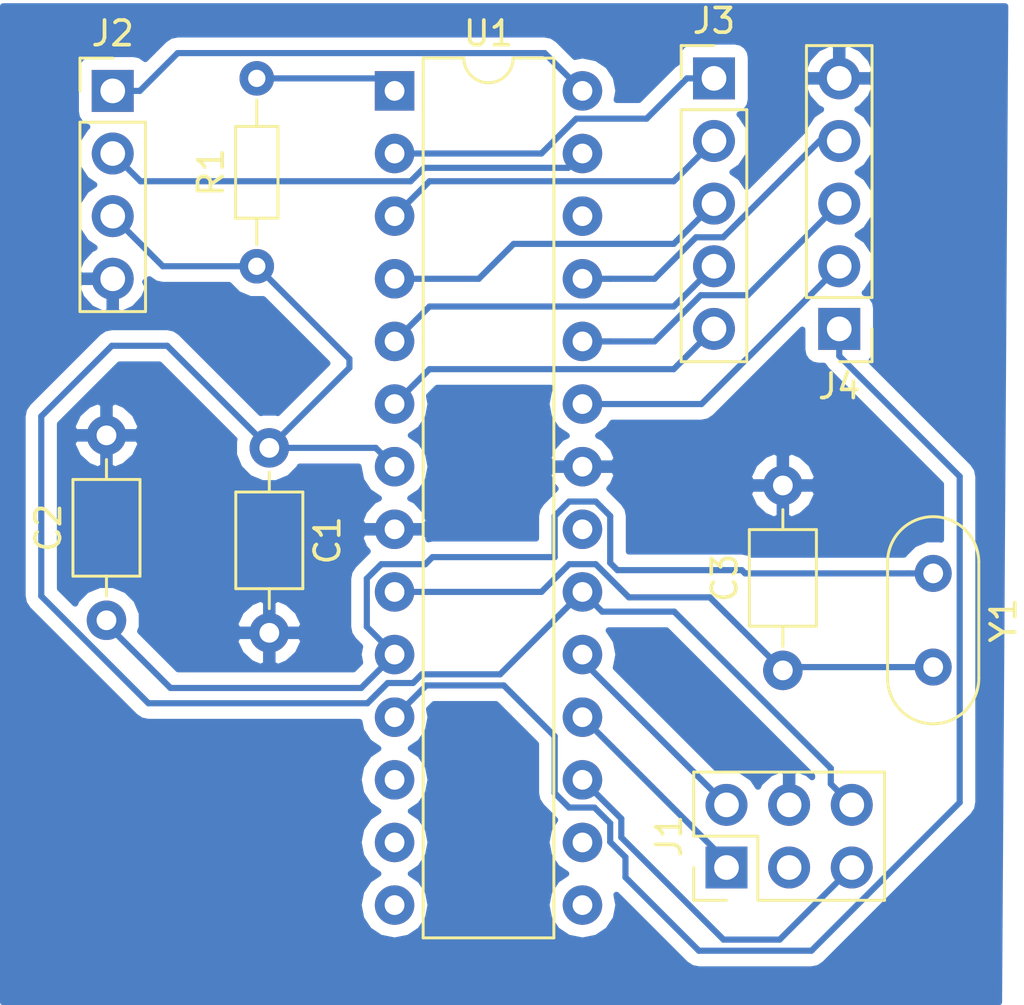
<source format=kicad_pcb>
(kicad_pcb (version 4) (host pcbnew 4.0.7-e2-6376~58~ubuntu14.04.1)

  (general
    (links 32)
    (no_connects 3)
    (area 152.4 98.803 194.171 139.700001)
    (thickness 1.6)
    (drawings 0)
    (tracks 127)
    (zones 0)
    (modules 10)
    (nets 20)
  )

  (page A4)
  (layers
    (0 F.Cu signal)
    (31 B.Cu signal)
    (32 B.Adhes user)
    (33 F.Adhes user)
    (34 B.Paste user)
    (35 F.Paste user)
    (36 B.SilkS user)
    (37 F.SilkS user)
    (38 B.Mask user)
    (39 F.Mask user)
    (40 Dwgs.User user)
    (41 Cmts.User user)
    (42 Eco1.User user)
    (43 Eco2.User user)
    (44 Edge.Cuts user)
    (45 Margin user)
    (46 B.CrtYd user)
    (47 F.CrtYd user)
    (48 B.Fab user)
    (49 F.Fab user)
  )

  (setup
    (last_trace_width 0.25)
    (trace_clearance 0.2)
    (zone_clearance 0.508)
    (zone_45_only no)
    (trace_min 0.2)
    (segment_width 0.2)
    (edge_width 0.15)
    (via_size 0.6)
    (via_drill 0.4)
    (via_min_size 0.4)
    (via_min_drill 0.3)
    (uvia_size 0.3)
    (uvia_drill 0.1)
    (uvias_allowed no)
    (uvia_min_size 0.2)
    (uvia_min_drill 0.1)
    (pcb_text_width 0.3)
    (pcb_text_size 1.5 1.5)
    (mod_edge_width 0.15)
    (mod_text_size 1 1)
    (mod_text_width 0.15)
    (pad_size 1.524 1.524)
    (pad_drill 0.762)
    (pad_to_mask_clearance 0.2)
    (aux_axis_origin 0 0)
    (visible_elements FFFFFF7F)
    (pcbplotparams
      (layerselection 0x00000_80000000)
      (usegerberextensions false)
      (excludeedgelayer true)
      (linewidth 0.100000)
      (plotframeref false)
      (viasonmask false)
      (mode 1)
      (useauxorigin false)
      (hpglpennumber 1)
      (hpglpenspeed 20)
      (hpglpendiameter 15)
      (hpglpenoverlay 2)
      (psnegative false)
      (psa4output false)
      (plotreference true)
      (plotvalue true)
      (plotinvisibletext false)
      (padsonsilk false)
      (subtractmaskfromsilk false)
      (outputformat 1)
      (mirror false)
      (drillshape 0)
      (scaleselection 1)
      (outputdirectory gerber/))
  )

  (net 0 "")
  (net 1 +5V)
  (net 2 Earth)
  (net 3 "Net-(C2-Pad1)")
  (net 4 "Net-(C3-Pad1)")
  (net 5 "Net-(J1-Pad1)")
  (net 6 "Net-(J1-Pad2)")
  (net 7 "Net-(J1-Pad3)")
  (net 8 "Net-(J1-Pad5)")
  (net 9 "Net-(J2-Pad1)")
  (net 10 "Net-(J2-Pad2)")
  (net 11 "Net-(J3-Pad1)")
  (net 12 "Net-(J3-Pad2)")
  (net 13 "Net-(J3-Pad3)")
  (net 14 "Net-(J3-Pad4)")
  (net 15 "Net-(J3-Pad5)")
  (net 16 "Net-(J4-Pad1)")
  (net 17 "Net-(J4-Pad2)")
  (net 18 "Net-(J4-Pad3)")
  (net 19 "Net-(J4-Pad4)")

  (net_class Default "This is the default net class."
    (clearance 0.2)
    (trace_width 0.25)
    (via_dia 0.6)
    (via_drill 0.4)
    (uvia_dia 0.3)
    (uvia_drill 0.1)
    (add_net +5V)
    (add_net Earth)
    (add_net "Net-(C2-Pad1)")
    (add_net "Net-(C3-Pad1)")
    (add_net "Net-(J1-Pad1)")
    (add_net "Net-(J1-Pad2)")
    (add_net "Net-(J1-Pad3)")
    (add_net "Net-(J1-Pad5)")
    (add_net "Net-(J2-Pad1)")
    (add_net "Net-(J2-Pad2)")
    (add_net "Net-(J3-Pad1)")
    (add_net "Net-(J3-Pad2)")
    (add_net "Net-(J3-Pad3)")
    (add_net "Net-(J3-Pad4)")
    (add_net "Net-(J3-Pad5)")
    (add_net "Net-(J4-Pad1)")
    (add_net "Net-(J4-Pad2)")
    (add_net "Net-(J4-Pad3)")
    (add_net "Net-(J4-Pad4)")
  )

  (module Capacitors_THT:C_Axial_L3.8mm_D2.6mm_P7.50mm_Horizontal (layer F.Cu) (tedit 597BC7C2) (tstamp 5ABA27EF)
    (at 163.322 117.094 270)
    (descr "C, Axial series, Axial, Horizontal, pin pitch=7.5mm, , length*diameter=3.8*2.6mm^2, http://www.vishay.com/docs/45231/arseries.pdf")
    (tags "C Axial series Axial Horizontal pin pitch 7.5mm  length 3.8mm diameter 2.6mm")
    (path /5ABAAFA8)
    (fp_text reference C1 (at 3.75 -2.36 270) (layer F.SilkS)
      (effects (font (size 1 1) (thickness 0.15)))
    )
    (fp_text value C (at 3.75 2.36 270) (layer F.Fab)
      (effects (font (size 1 1) (thickness 0.15)))
    )
    (fp_line (start 1.85 -1.3) (end 1.85 1.3) (layer F.Fab) (width 0.1))
    (fp_line (start 1.85 1.3) (end 5.65 1.3) (layer F.Fab) (width 0.1))
    (fp_line (start 5.65 1.3) (end 5.65 -1.3) (layer F.Fab) (width 0.1))
    (fp_line (start 5.65 -1.3) (end 1.85 -1.3) (layer F.Fab) (width 0.1))
    (fp_line (start 0 0) (end 1.85 0) (layer F.Fab) (width 0.1))
    (fp_line (start 7.5 0) (end 5.65 0) (layer F.Fab) (width 0.1))
    (fp_line (start 1.79 -1.36) (end 1.79 1.36) (layer F.SilkS) (width 0.12))
    (fp_line (start 1.79 1.36) (end 5.71 1.36) (layer F.SilkS) (width 0.12))
    (fp_line (start 5.71 1.36) (end 5.71 -1.36) (layer F.SilkS) (width 0.12))
    (fp_line (start 5.71 -1.36) (end 1.79 -1.36) (layer F.SilkS) (width 0.12))
    (fp_line (start 0.98 0) (end 1.79 0) (layer F.SilkS) (width 0.12))
    (fp_line (start 6.52 0) (end 5.71 0) (layer F.SilkS) (width 0.12))
    (fp_line (start -1.05 -1.65) (end -1.05 1.65) (layer F.CrtYd) (width 0.05))
    (fp_line (start -1.05 1.65) (end 8.55 1.65) (layer F.CrtYd) (width 0.05))
    (fp_line (start 8.55 1.65) (end 8.55 -1.65) (layer F.CrtYd) (width 0.05))
    (fp_line (start 8.55 -1.65) (end -1.05 -1.65) (layer F.CrtYd) (width 0.05))
    (fp_text user %R (at 3.75 0 270) (layer F.Fab)
      (effects (font (size 1 1) (thickness 0.15)))
    )
    (pad 1 thru_hole circle (at 0 0 270) (size 1.6 1.6) (drill 0.8) (layers *.Cu *.Mask)
      (net 1 +5V))
    (pad 2 thru_hole oval (at 7.5 0 270) (size 1.6 1.6) (drill 0.8) (layers *.Cu *.Mask)
      (net 2 Earth))
    (model ${KISYS3DMOD}/Capacitors_THT.3dshapes/C_Axial_L3.8mm_D2.6mm_P7.50mm_Horizontal.wrl
      (at (xyz 0 0 0))
      (scale (xyz 1 1 1))
      (rotate (xyz 0 0 0))
    )
  )

  (module Capacitors_THT:C_Axial_L3.8mm_D2.6mm_P7.50mm_Horizontal (layer F.Cu) (tedit 597BC7C2) (tstamp 5ABA27F5)
    (at 156.718 124.086 90)
    (descr "C, Axial series, Axial, Horizontal, pin pitch=7.5mm, , length*diameter=3.8*2.6mm^2, http://www.vishay.com/docs/45231/arseries.pdf")
    (tags "C Axial series Axial Horizontal pin pitch 7.5mm  length 3.8mm diameter 2.6mm")
    (path /5ABAAF9E)
    (fp_text reference C2 (at 3.75 -2.36 90) (layer F.SilkS)
      (effects (font (size 1 1) (thickness 0.15)))
    )
    (fp_text value C (at 3.75 2.36 90) (layer F.Fab)
      (effects (font (size 1 1) (thickness 0.15)))
    )
    (fp_line (start 1.85 -1.3) (end 1.85 1.3) (layer F.Fab) (width 0.1))
    (fp_line (start 1.85 1.3) (end 5.65 1.3) (layer F.Fab) (width 0.1))
    (fp_line (start 5.65 1.3) (end 5.65 -1.3) (layer F.Fab) (width 0.1))
    (fp_line (start 5.65 -1.3) (end 1.85 -1.3) (layer F.Fab) (width 0.1))
    (fp_line (start 0 0) (end 1.85 0) (layer F.Fab) (width 0.1))
    (fp_line (start 7.5 0) (end 5.65 0) (layer F.Fab) (width 0.1))
    (fp_line (start 1.79 -1.36) (end 1.79 1.36) (layer F.SilkS) (width 0.12))
    (fp_line (start 1.79 1.36) (end 5.71 1.36) (layer F.SilkS) (width 0.12))
    (fp_line (start 5.71 1.36) (end 5.71 -1.36) (layer F.SilkS) (width 0.12))
    (fp_line (start 5.71 -1.36) (end 1.79 -1.36) (layer F.SilkS) (width 0.12))
    (fp_line (start 0.98 0) (end 1.79 0) (layer F.SilkS) (width 0.12))
    (fp_line (start 6.52 0) (end 5.71 0) (layer F.SilkS) (width 0.12))
    (fp_line (start -1.05 -1.65) (end -1.05 1.65) (layer F.CrtYd) (width 0.05))
    (fp_line (start -1.05 1.65) (end 8.55 1.65) (layer F.CrtYd) (width 0.05))
    (fp_line (start 8.55 1.65) (end 8.55 -1.65) (layer F.CrtYd) (width 0.05))
    (fp_line (start 8.55 -1.65) (end -1.05 -1.65) (layer F.CrtYd) (width 0.05))
    (fp_text user %R (at 3.75 0 90) (layer F.Fab)
      (effects (font (size 1 1) (thickness 0.15)))
    )
    (pad 1 thru_hole circle (at 0 0 90) (size 1.6 1.6) (drill 0.8) (layers *.Cu *.Mask)
      (net 3 "Net-(C2-Pad1)"))
    (pad 2 thru_hole oval (at 7.5 0 90) (size 1.6 1.6) (drill 0.8) (layers *.Cu *.Mask)
      (net 2 Earth))
    (model ${KISYS3DMOD}/Capacitors_THT.3dshapes/C_Axial_L3.8mm_D2.6mm_P7.50mm_Horizontal.wrl
      (at (xyz 0 0 0))
      (scale (xyz 1 1 1))
      (rotate (xyz 0 0 0))
    )
  )

  (module Capacitors_THT:C_Axial_L3.8mm_D2.6mm_P7.50mm_Horizontal (layer F.Cu) (tedit 597BC7C2) (tstamp 5ABA27FB)
    (at 184.15 126.118 90)
    (descr "C, Axial series, Axial, Horizontal, pin pitch=7.5mm, , length*diameter=3.8*2.6mm^2, http://www.vishay.com/docs/45231/arseries.pdf")
    (tags "C Axial series Axial Horizontal pin pitch 7.5mm  length 3.8mm diameter 2.6mm")
    (path /5ABAAF9F)
    (fp_text reference C3 (at 3.75 -2.36 90) (layer F.SilkS)
      (effects (font (size 1 1) (thickness 0.15)))
    )
    (fp_text value C (at 3.75 2.36 90) (layer F.Fab)
      (effects (font (size 1 1) (thickness 0.15)))
    )
    (fp_line (start 1.85 -1.3) (end 1.85 1.3) (layer F.Fab) (width 0.1))
    (fp_line (start 1.85 1.3) (end 5.65 1.3) (layer F.Fab) (width 0.1))
    (fp_line (start 5.65 1.3) (end 5.65 -1.3) (layer F.Fab) (width 0.1))
    (fp_line (start 5.65 -1.3) (end 1.85 -1.3) (layer F.Fab) (width 0.1))
    (fp_line (start 0 0) (end 1.85 0) (layer F.Fab) (width 0.1))
    (fp_line (start 7.5 0) (end 5.65 0) (layer F.Fab) (width 0.1))
    (fp_line (start 1.79 -1.36) (end 1.79 1.36) (layer F.SilkS) (width 0.12))
    (fp_line (start 1.79 1.36) (end 5.71 1.36) (layer F.SilkS) (width 0.12))
    (fp_line (start 5.71 1.36) (end 5.71 -1.36) (layer F.SilkS) (width 0.12))
    (fp_line (start 5.71 -1.36) (end 1.79 -1.36) (layer F.SilkS) (width 0.12))
    (fp_line (start 0.98 0) (end 1.79 0) (layer F.SilkS) (width 0.12))
    (fp_line (start 6.52 0) (end 5.71 0) (layer F.SilkS) (width 0.12))
    (fp_line (start -1.05 -1.65) (end -1.05 1.65) (layer F.CrtYd) (width 0.05))
    (fp_line (start -1.05 1.65) (end 8.55 1.65) (layer F.CrtYd) (width 0.05))
    (fp_line (start 8.55 1.65) (end 8.55 -1.65) (layer F.CrtYd) (width 0.05))
    (fp_line (start 8.55 -1.65) (end -1.05 -1.65) (layer F.CrtYd) (width 0.05))
    (fp_text user %R (at 3.75 0 90) (layer F.Fab)
      (effects (font (size 1 1) (thickness 0.15)))
    )
    (pad 1 thru_hole circle (at 0 0 90) (size 1.6 1.6) (drill 0.8) (layers *.Cu *.Mask)
      (net 4 "Net-(C3-Pad1)"))
    (pad 2 thru_hole oval (at 7.5 0 90) (size 1.6 1.6) (drill 0.8) (layers *.Cu *.Mask)
      (net 2 Earth))
    (model ${KISYS3DMOD}/Capacitors_THT.3dshapes/C_Axial_L3.8mm_D2.6mm_P7.50mm_Horizontal.wrl
      (at (xyz 0 0 0))
      (scale (xyz 1 1 1))
      (rotate (xyz 0 0 0))
    )
  )

  (module Pin_Headers:Pin_Header_Straight_2x03_Pitch2.54mm (layer F.Cu) (tedit 59650532) (tstamp 5ABA2805)
    (at 181.864 134.112 90)
    (descr "Through hole straight pin header, 2x03, 2.54mm pitch, double rows")
    (tags "Through hole pin header THT 2x03 2.54mm double row")
    (path /5ABAAFA4)
    (fp_text reference J1 (at 1.27 -2.33 90) (layer F.SilkS)
      (effects (font (size 1 1) (thickness 0.15)))
    )
    (fp_text value ISP (at 1.27 7.41 90) (layer F.Fab)
      (effects (font (size 1 1) (thickness 0.15)))
    )
    (fp_line (start 0 -1.27) (end 3.81 -1.27) (layer F.Fab) (width 0.1))
    (fp_line (start 3.81 -1.27) (end 3.81 6.35) (layer F.Fab) (width 0.1))
    (fp_line (start 3.81 6.35) (end -1.27 6.35) (layer F.Fab) (width 0.1))
    (fp_line (start -1.27 6.35) (end -1.27 0) (layer F.Fab) (width 0.1))
    (fp_line (start -1.27 0) (end 0 -1.27) (layer F.Fab) (width 0.1))
    (fp_line (start -1.33 6.41) (end 3.87 6.41) (layer F.SilkS) (width 0.12))
    (fp_line (start -1.33 1.27) (end -1.33 6.41) (layer F.SilkS) (width 0.12))
    (fp_line (start 3.87 -1.33) (end 3.87 6.41) (layer F.SilkS) (width 0.12))
    (fp_line (start -1.33 1.27) (end 1.27 1.27) (layer F.SilkS) (width 0.12))
    (fp_line (start 1.27 1.27) (end 1.27 -1.33) (layer F.SilkS) (width 0.12))
    (fp_line (start 1.27 -1.33) (end 3.87 -1.33) (layer F.SilkS) (width 0.12))
    (fp_line (start -1.33 0) (end -1.33 -1.33) (layer F.SilkS) (width 0.12))
    (fp_line (start -1.33 -1.33) (end 0 -1.33) (layer F.SilkS) (width 0.12))
    (fp_line (start -1.8 -1.8) (end -1.8 6.85) (layer F.CrtYd) (width 0.05))
    (fp_line (start -1.8 6.85) (end 4.35 6.85) (layer F.CrtYd) (width 0.05))
    (fp_line (start 4.35 6.85) (end 4.35 -1.8) (layer F.CrtYd) (width 0.05))
    (fp_line (start 4.35 -1.8) (end -1.8 -1.8) (layer F.CrtYd) (width 0.05))
    (fp_text user %R (at 1.27 2.54 180) (layer F.Fab)
      (effects (font (size 1 1) (thickness 0.15)))
    )
    (pad 1 thru_hole rect (at 0 0 90) (size 1.7 1.7) (drill 1) (layers *.Cu *.Mask)
      (net 5 "Net-(J1-Pad1)"))
    (pad 2 thru_hole oval (at 2.54 0 90) (size 1.7 1.7) (drill 1) (layers *.Cu *.Mask)
      (net 6 "Net-(J1-Pad2)"))
    (pad 3 thru_hole oval (at 0 2.54 90) (size 1.7 1.7) (drill 1) (layers *.Cu *.Mask)
      (net 7 "Net-(J1-Pad3)"))
    (pad 4 thru_hole oval (at 2.54 2.54 90) (size 1.7 1.7) (drill 1) (layers *.Cu *.Mask)
      (net 2 Earth))
    (pad 5 thru_hole oval (at 0 5.08 90) (size 1.7 1.7) (drill 1) (layers *.Cu *.Mask)
      (net 8 "Net-(J1-Pad5)"))
    (pad 6 thru_hole oval (at 2.54 5.08 90) (size 1.7 1.7) (drill 1) (layers *.Cu *.Mask)
      (net 1 +5V))
    (model ${KISYS3DMOD}/Pin_Headers.3dshapes/Pin_Header_Straight_2x03_Pitch2.54mm.wrl
      (at (xyz 0 0 0))
      (scale (xyz 1 1 1))
      (rotate (xyz 0 0 0))
    )
  )

  (module Pin_Headers:Pin_Header_Straight_1x04_Pitch2.54mm (layer F.Cu) (tedit 59650532) (tstamp 5ABA280D)
    (at 156.972 102.616)
    (descr "Through hole straight pin header, 1x04, 2.54mm pitch, single row")
    (tags "Through hole pin header THT 1x04 2.54mm single row")
    (path /5ABAAF9A)
    (fp_text reference J2 (at 0 -2.33) (layer F.SilkS)
      (effects (font (size 1 1) (thickness 0.15)))
    )
    (fp_text value Power/i2c (at 0 9.95) (layer F.Fab)
      (effects (font (size 1 1) (thickness 0.15)))
    )
    (fp_line (start -0.635 -1.27) (end 1.27 -1.27) (layer F.Fab) (width 0.1))
    (fp_line (start 1.27 -1.27) (end 1.27 8.89) (layer F.Fab) (width 0.1))
    (fp_line (start 1.27 8.89) (end -1.27 8.89) (layer F.Fab) (width 0.1))
    (fp_line (start -1.27 8.89) (end -1.27 -0.635) (layer F.Fab) (width 0.1))
    (fp_line (start -1.27 -0.635) (end -0.635 -1.27) (layer F.Fab) (width 0.1))
    (fp_line (start -1.33 8.95) (end 1.33 8.95) (layer F.SilkS) (width 0.12))
    (fp_line (start -1.33 1.27) (end -1.33 8.95) (layer F.SilkS) (width 0.12))
    (fp_line (start 1.33 1.27) (end 1.33 8.95) (layer F.SilkS) (width 0.12))
    (fp_line (start -1.33 1.27) (end 1.33 1.27) (layer F.SilkS) (width 0.12))
    (fp_line (start -1.33 0) (end -1.33 -1.33) (layer F.SilkS) (width 0.12))
    (fp_line (start -1.33 -1.33) (end 0 -1.33) (layer F.SilkS) (width 0.12))
    (fp_line (start -1.8 -1.8) (end -1.8 9.4) (layer F.CrtYd) (width 0.05))
    (fp_line (start -1.8 9.4) (end 1.8 9.4) (layer F.CrtYd) (width 0.05))
    (fp_line (start 1.8 9.4) (end 1.8 -1.8) (layer F.CrtYd) (width 0.05))
    (fp_line (start 1.8 -1.8) (end -1.8 -1.8) (layer F.CrtYd) (width 0.05))
    (fp_text user %R (at 0 3.81 90) (layer F.Fab)
      (effects (font (size 1 1) (thickness 0.15)))
    )
    (pad 1 thru_hole rect (at 0 0) (size 1.7 1.7) (drill 1) (layers *.Cu *.Mask)
      (net 9 "Net-(J2-Pad1)"))
    (pad 2 thru_hole oval (at 0 2.54) (size 1.7 1.7) (drill 1) (layers *.Cu *.Mask)
      (net 10 "Net-(J2-Pad2)"))
    (pad 3 thru_hole oval (at 0 5.08) (size 1.7 1.7) (drill 1) (layers *.Cu *.Mask)
      (net 1 +5V))
    (pad 4 thru_hole oval (at 0 7.62) (size 1.7 1.7) (drill 1) (layers *.Cu *.Mask)
      (net 2 Earth))
    (model ${KISYS3DMOD}/Pin_Headers.3dshapes/Pin_Header_Straight_1x04_Pitch2.54mm.wrl
      (at (xyz 0 0 0))
      (scale (xyz 1 1 1))
      (rotate (xyz 0 0 0))
    )
  )

  (module Pin_Headers:Pin_Header_Straight_1x05_Pitch2.54mm (layer F.Cu) (tedit 59650532) (tstamp 5ABA2816)
    (at 181.356 102.108)
    (descr "Through hole straight pin header, 1x05, 2.54mm pitch, single row")
    (tags "Through hole pin header THT 1x05 2.54mm single row")
    (path /5ABAD105)
    (fp_text reference J3 (at 0 -2.33) (layer F.SilkS)
      (effects (font (size 1 1) (thickness 0.15)))
    )
    (fp_text value Conn_01x05 (at 0 12.49) (layer F.Fab)
      (effects (font (size 1 1) (thickness 0.15)))
    )
    (fp_line (start -0.635 -1.27) (end 1.27 -1.27) (layer F.Fab) (width 0.1))
    (fp_line (start 1.27 -1.27) (end 1.27 11.43) (layer F.Fab) (width 0.1))
    (fp_line (start 1.27 11.43) (end -1.27 11.43) (layer F.Fab) (width 0.1))
    (fp_line (start -1.27 11.43) (end -1.27 -0.635) (layer F.Fab) (width 0.1))
    (fp_line (start -1.27 -0.635) (end -0.635 -1.27) (layer F.Fab) (width 0.1))
    (fp_line (start -1.33 11.49) (end 1.33 11.49) (layer F.SilkS) (width 0.12))
    (fp_line (start -1.33 1.27) (end -1.33 11.49) (layer F.SilkS) (width 0.12))
    (fp_line (start 1.33 1.27) (end 1.33 11.49) (layer F.SilkS) (width 0.12))
    (fp_line (start -1.33 1.27) (end 1.33 1.27) (layer F.SilkS) (width 0.12))
    (fp_line (start -1.33 0) (end -1.33 -1.33) (layer F.SilkS) (width 0.12))
    (fp_line (start -1.33 -1.33) (end 0 -1.33) (layer F.SilkS) (width 0.12))
    (fp_line (start -1.8 -1.8) (end -1.8 11.95) (layer F.CrtYd) (width 0.05))
    (fp_line (start -1.8 11.95) (end 1.8 11.95) (layer F.CrtYd) (width 0.05))
    (fp_line (start 1.8 11.95) (end 1.8 -1.8) (layer F.CrtYd) (width 0.05))
    (fp_line (start 1.8 -1.8) (end -1.8 -1.8) (layer F.CrtYd) (width 0.05))
    (fp_text user %R (at 0 5.08 90) (layer F.Fab)
      (effects (font (size 1 1) (thickness 0.15)))
    )
    (pad 1 thru_hole rect (at 0 0) (size 1.7 1.7) (drill 1) (layers *.Cu *.Mask)
      (net 11 "Net-(J3-Pad1)"))
    (pad 2 thru_hole oval (at 0 2.54) (size 1.7 1.7) (drill 1) (layers *.Cu *.Mask)
      (net 12 "Net-(J3-Pad2)"))
    (pad 3 thru_hole oval (at 0 5.08) (size 1.7 1.7) (drill 1) (layers *.Cu *.Mask)
      (net 13 "Net-(J3-Pad3)"))
    (pad 4 thru_hole oval (at 0 7.62) (size 1.7 1.7) (drill 1) (layers *.Cu *.Mask)
      (net 14 "Net-(J3-Pad4)"))
    (pad 5 thru_hole oval (at 0 10.16) (size 1.7 1.7) (drill 1) (layers *.Cu *.Mask)
      (net 15 "Net-(J3-Pad5)"))
    (model ${KISYS3DMOD}/Pin_Headers.3dshapes/Pin_Header_Straight_1x05_Pitch2.54mm.wrl
      (at (xyz 0 0 0))
      (scale (xyz 1 1 1))
      (rotate (xyz 0 0 0))
    )
  )

  (module Pin_Headers:Pin_Header_Straight_1x05_Pitch2.54mm (layer F.Cu) (tedit 59650532) (tstamp 5ABA281F)
    (at 186.436 112.268 180)
    (descr "Through hole straight pin header, 1x05, 2.54mm pitch, single row")
    (tags "Through hole pin header THT 1x05 2.54mm single row")
    (path /5ABAD24F)
    (fp_text reference J4 (at 0 -2.33 180) (layer F.SilkS)
      (effects (font (size 1 1) (thickness 0.15)))
    )
    (fp_text value Conn_01x05 (at 0 12.49 180) (layer F.Fab)
      (effects (font (size 1 1) (thickness 0.15)))
    )
    (fp_line (start -0.635 -1.27) (end 1.27 -1.27) (layer F.Fab) (width 0.1))
    (fp_line (start 1.27 -1.27) (end 1.27 11.43) (layer F.Fab) (width 0.1))
    (fp_line (start 1.27 11.43) (end -1.27 11.43) (layer F.Fab) (width 0.1))
    (fp_line (start -1.27 11.43) (end -1.27 -0.635) (layer F.Fab) (width 0.1))
    (fp_line (start -1.27 -0.635) (end -0.635 -1.27) (layer F.Fab) (width 0.1))
    (fp_line (start -1.33 11.49) (end 1.33 11.49) (layer F.SilkS) (width 0.12))
    (fp_line (start -1.33 1.27) (end -1.33 11.49) (layer F.SilkS) (width 0.12))
    (fp_line (start 1.33 1.27) (end 1.33 11.49) (layer F.SilkS) (width 0.12))
    (fp_line (start -1.33 1.27) (end 1.33 1.27) (layer F.SilkS) (width 0.12))
    (fp_line (start -1.33 0) (end -1.33 -1.33) (layer F.SilkS) (width 0.12))
    (fp_line (start -1.33 -1.33) (end 0 -1.33) (layer F.SilkS) (width 0.12))
    (fp_line (start -1.8 -1.8) (end -1.8 11.95) (layer F.CrtYd) (width 0.05))
    (fp_line (start -1.8 11.95) (end 1.8 11.95) (layer F.CrtYd) (width 0.05))
    (fp_line (start 1.8 11.95) (end 1.8 -1.8) (layer F.CrtYd) (width 0.05))
    (fp_line (start 1.8 -1.8) (end -1.8 -1.8) (layer F.CrtYd) (width 0.05))
    (fp_text user %R (at 0 5.08 270) (layer F.Fab)
      (effects (font (size 1 1) (thickness 0.15)))
    )
    (pad 1 thru_hole rect (at 0 0 180) (size 1.7 1.7) (drill 1) (layers *.Cu *.Mask)
      (net 16 "Net-(J4-Pad1)"))
    (pad 2 thru_hole oval (at 0 2.54 180) (size 1.7 1.7) (drill 1) (layers *.Cu *.Mask)
      (net 17 "Net-(J4-Pad2)"))
    (pad 3 thru_hole oval (at 0 5.08 180) (size 1.7 1.7) (drill 1) (layers *.Cu *.Mask)
      (net 18 "Net-(J4-Pad3)"))
    (pad 4 thru_hole oval (at 0 7.62 180) (size 1.7 1.7) (drill 1) (layers *.Cu *.Mask)
      (net 19 "Net-(J4-Pad4)"))
    (pad 5 thru_hole oval (at 0 10.16 180) (size 1.7 1.7) (drill 1) (layers *.Cu *.Mask)
      (net 2 Earth))
    (model ${KISYS3DMOD}/Pin_Headers.3dshapes/Pin_Header_Straight_1x05_Pitch2.54mm.wrl
      (at (xyz 0 0 0))
      (scale (xyz 1 1 1))
      (rotate (xyz 0 0 0))
    )
  )

  (module Resistors_THT:R_Axial_DIN0204_L3.6mm_D1.6mm_P7.62mm_Horizontal (layer F.Cu) (tedit 5874F706) (tstamp 5ABA2825)
    (at 162.814 109.728 90)
    (descr "Resistor, Axial_DIN0204 series, Axial, Horizontal, pin pitch=7.62mm, 0.16666666666666666W = 1/6W, length*diameter=3.6*1.6mm^2, http://cdn-reichelt.de/documents/datenblatt/B400/1_4W%23YAG.pdf")
    (tags "Resistor Axial_DIN0204 series Axial Horizontal pin pitch 7.62mm 0.16666666666666666W = 1/6W length 3.6mm diameter 1.6mm")
    (path /5ABAAFA6)
    (fp_text reference R1 (at 3.81 -1.86 90) (layer F.SilkS)
      (effects (font (size 1 1) (thickness 0.15)))
    )
    (fp_text value R (at 3.81 1.86 90) (layer F.Fab)
      (effects (font (size 1 1) (thickness 0.15)))
    )
    (fp_line (start 2.01 -0.8) (end 2.01 0.8) (layer F.Fab) (width 0.1))
    (fp_line (start 2.01 0.8) (end 5.61 0.8) (layer F.Fab) (width 0.1))
    (fp_line (start 5.61 0.8) (end 5.61 -0.8) (layer F.Fab) (width 0.1))
    (fp_line (start 5.61 -0.8) (end 2.01 -0.8) (layer F.Fab) (width 0.1))
    (fp_line (start 0 0) (end 2.01 0) (layer F.Fab) (width 0.1))
    (fp_line (start 7.62 0) (end 5.61 0) (layer F.Fab) (width 0.1))
    (fp_line (start 1.95 -0.86) (end 1.95 0.86) (layer F.SilkS) (width 0.12))
    (fp_line (start 1.95 0.86) (end 5.67 0.86) (layer F.SilkS) (width 0.12))
    (fp_line (start 5.67 0.86) (end 5.67 -0.86) (layer F.SilkS) (width 0.12))
    (fp_line (start 5.67 -0.86) (end 1.95 -0.86) (layer F.SilkS) (width 0.12))
    (fp_line (start 0.88 0) (end 1.95 0) (layer F.SilkS) (width 0.12))
    (fp_line (start 6.74 0) (end 5.67 0) (layer F.SilkS) (width 0.12))
    (fp_line (start -0.95 -1.15) (end -0.95 1.15) (layer F.CrtYd) (width 0.05))
    (fp_line (start -0.95 1.15) (end 8.6 1.15) (layer F.CrtYd) (width 0.05))
    (fp_line (start 8.6 1.15) (end 8.6 -1.15) (layer F.CrtYd) (width 0.05))
    (fp_line (start 8.6 -1.15) (end -0.95 -1.15) (layer F.CrtYd) (width 0.05))
    (pad 1 thru_hole circle (at 0 0 90) (size 1.4 1.4) (drill 0.7) (layers *.Cu *.Mask)
      (net 1 +5V))
    (pad 2 thru_hole oval (at 7.62 0 90) (size 1.4 1.4) (drill 0.7) (layers *.Cu *.Mask)
      (net 7 "Net-(J1-Pad3)"))
    (model ${KISYS3DMOD}/Resistors_THT.3dshapes/R_Axial_DIN0204_L3.6mm_D1.6mm_P7.62mm_Horizontal.wrl
      (at (xyz 0 0 0))
      (scale (xyz 0.393701 0.393701 0.393701))
      (rotate (xyz 0 0 0))
    )
  )

  (module Housings_DIP:DIP-28_W7.62mm (layer F.Cu) (tedit 59C78D6B) (tstamp 5ABA2845)
    (at 168.402 102.616)
    (descr "28-lead though-hole mounted DIP package, row spacing 7.62 mm (300 mils)")
    (tags "THT DIP DIL PDIP 2.54mm 7.62mm 300mil")
    (path /5ABAAF99)
    (fp_text reference U1 (at 3.81 -2.33) (layer F.SilkS)
      (effects (font (size 1 1) (thickness 0.15)))
    )
    (fp_text value ATMEGA328P-PU (at 3.81 35.35) (layer F.Fab)
      (effects (font (size 1 1) (thickness 0.15)))
    )
    (fp_arc (start 3.81 -1.33) (end 2.81 -1.33) (angle -180) (layer F.SilkS) (width 0.12))
    (fp_line (start 1.635 -1.27) (end 6.985 -1.27) (layer F.Fab) (width 0.1))
    (fp_line (start 6.985 -1.27) (end 6.985 34.29) (layer F.Fab) (width 0.1))
    (fp_line (start 6.985 34.29) (end 0.635 34.29) (layer F.Fab) (width 0.1))
    (fp_line (start 0.635 34.29) (end 0.635 -0.27) (layer F.Fab) (width 0.1))
    (fp_line (start 0.635 -0.27) (end 1.635 -1.27) (layer F.Fab) (width 0.1))
    (fp_line (start 2.81 -1.33) (end 1.16 -1.33) (layer F.SilkS) (width 0.12))
    (fp_line (start 1.16 -1.33) (end 1.16 34.35) (layer F.SilkS) (width 0.12))
    (fp_line (start 1.16 34.35) (end 6.46 34.35) (layer F.SilkS) (width 0.12))
    (fp_line (start 6.46 34.35) (end 6.46 -1.33) (layer F.SilkS) (width 0.12))
    (fp_line (start 6.46 -1.33) (end 4.81 -1.33) (layer F.SilkS) (width 0.12))
    (fp_line (start -1.1 -1.55) (end -1.1 34.55) (layer F.CrtYd) (width 0.05))
    (fp_line (start -1.1 34.55) (end 8.7 34.55) (layer F.CrtYd) (width 0.05))
    (fp_line (start 8.7 34.55) (end 8.7 -1.55) (layer F.CrtYd) (width 0.05))
    (fp_line (start 8.7 -1.55) (end -1.1 -1.55) (layer F.CrtYd) (width 0.05))
    (fp_text user %R (at 3.81 16.51) (layer F.Fab)
      (effects (font (size 1 1) (thickness 0.15)))
    )
    (pad 1 thru_hole rect (at 0 0) (size 1.6 1.6) (drill 0.8) (layers *.Cu *.Mask)
      (net 7 "Net-(J1-Pad3)"))
    (pad 15 thru_hole oval (at 7.62 33.02) (size 1.6 1.6) (drill 0.8) (layers *.Cu *.Mask))
    (pad 2 thru_hole oval (at 0 2.54) (size 1.6 1.6) (drill 0.8) (layers *.Cu *.Mask)
      (net 11 "Net-(J3-Pad1)"))
    (pad 16 thru_hole oval (at 7.62 30.48) (size 1.6 1.6) (drill 0.8) (layers *.Cu *.Mask))
    (pad 3 thru_hole oval (at 0 5.08) (size 1.6 1.6) (drill 0.8) (layers *.Cu *.Mask)
      (net 12 "Net-(J3-Pad2)"))
    (pad 17 thru_hole oval (at 7.62 27.94) (size 1.6 1.6) (drill 0.8) (layers *.Cu *.Mask)
      (net 8 "Net-(J1-Pad5)"))
    (pad 4 thru_hole oval (at 0 7.62) (size 1.6 1.6) (drill 0.8) (layers *.Cu *.Mask)
      (net 13 "Net-(J3-Pad3)"))
    (pad 18 thru_hole oval (at 7.62 25.4) (size 1.6 1.6) (drill 0.8) (layers *.Cu *.Mask)
      (net 5 "Net-(J1-Pad1)"))
    (pad 5 thru_hole oval (at 0 10.16) (size 1.6 1.6) (drill 0.8) (layers *.Cu *.Mask)
      (net 14 "Net-(J3-Pad4)"))
    (pad 19 thru_hole oval (at 7.62 22.86) (size 1.6 1.6) (drill 0.8) (layers *.Cu *.Mask)
      (net 6 "Net-(J1-Pad2)"))
    (pad 6 thru_hole oval (at 0 12.7) (size 1.6 1.6) (drill 0.8) (layers *.Cu *.Mask)
      (net 15 "Net-(J3-Pad5)"))
    (pad 20 thru_hole oval (at 7.62 20.32) (size 1.6 1.6) (drill 0.8) (layers *.Cu *.Mask)
      (net 1 +5V))
    (pad 7 thru_hole oval (at 0 15.24) (size 1.6 1.6) (drill 0.8) (layers *.Cu *.Mask)
      (net 1 +5V))
    (pad 21 thru_hole oval (at 7.62 17.78) (size 1.6 1.6) (drill 0.8) (layers *.Cu *.Mask))
    (pad 8 thru_hole oval (at 0 17.78) (size 1.6 1.6) (drill 0.8) (layers *.Cu *.Mask)
      (net 2 Earth))
    (pad 22 thru_hole oval (at 7.62 15.24) (size 1.6 1.6) (drill 0.8) (layers *.Cu *.Mask)
      (net 2 Earth))
    (pad 9 thru_hole oval (at 0 20.32) (size 1.6 1.6) (drill 0.8) (layers *.Cu *.Mask)
      (net 4 "Net-(C3-Pad1)"))
    (pad 23 thru_hole oval (at 7.62 12.7) (size 1.6 1.6) (drill 0.8) (layers *.Cu *.Mask)
      (net 17 "Net-(J4-Pad2)"))
    (pad 10 thru_hole oval (at 0 22.86) (size 1.6 1.6) (drill 0.8) (layers *.Cu *.Mask)
      (net 3 "Net-(C2-Pad1)"))
    (pad 24 thru_hole oval (at 7.62 10.16) (size 1.6 1.6) (drill 0.8) (layers *.Cu *.Mask)
      (net 18 "Net-(J4-Pad3)"))
    (pad 11 thru_hole oval (at 0 25.4) (size 1.6 1.6) (drill 0.8) (layers *.Cu *.Mask)
      (net 16 "Net-(J4-Pad1)"))
    (pad 25 thru_hole oval (at 7.62 7.62) (size 1.6 1.6) (drill 0.8) (layers *.Cu *.Mask)
      (net 19 "Net-(J4-Pad4)"))
    (pad 12 thru_hole oval (at 0 27.94) (size 1.6 1.6) (drill 0.8) (layers *.Cu *.Mask))
    (pad 26 thru_hole oval (at 7.62 5.08) (size 1.6 1.6) (drill 0.8) (layers *.Cu *.Mask))
    (pad 13 thru_hole oval (at 0 30.48) (size 1.6 1.6) (drill 0.8) (layers *.Cu *.Mask))
    (pad 27 thru_hole oval (at 7.62 2.54) (size 1.6 1.6) (drill 0.8) (layers *.Cu *.Mask)
      (net 10 "Net-(J2-Pad2)"))
    (pad 14 thru_hole oval (at 0 33.02) (size 1.6 1.6) (drill 0.8) (layers *.Cu *.Mask))
    (pad 28 thru_hole oval (at 7.62 0) (size 1.6 1.6) (drill 0.8) (layers *.Cu *.Mask)
      (net 9 "Net-(J2-Pad1)"))
    (model ${KISYS3DMOD}/Housings_DIP.3dshapes/DIP-28_W7.62mm.wrl
      (at (xyz 0 0 0))
      (scale (xyz 1 1 1))
      (rotate (xyz 0 0 0))
    )
  )

  (module Crystals:Crystal_HC52-8mm_Vertical (layer F.Cu) (tedit 58CD2E9C) (tstamp 5ABA284B)
    (at 190.246 122.184 270)
    (descr "Crystal THT HC-52/8mm, http://www.kvg-gmbh.de/assets/uploads/files/product_pdfs/XS71xx.pdf")
    (tags "THT crystalHC-49/U")
    (path /5ABAAF9D)
    (fp_text reference Y1 (at 1.9 -2.85 270) (layer F.SilkS)
      (effects (font (size 1 1) (thickness 0.15)))
    )
    (fp_text value Crystal (at 1.9 2.85 270) (layer F.Fab)
      (effects (font (size 1 1) (thickness 0.15)))
    )
    (fp_text user %R (at 1.9 0 270) (layer F.Fab)
      (effects (font (size 1 1) (thickness 0.15)))
    )
    (fp_line (start -0.45 -1.65) (end 4.25 -1.65) (layer F.Fab) (width 0.1))
    (fp_line (start -0.45 1.65) (end 4.25 1.65) (layer F.Fab) (width 0.1))
    (fp_line (start -0.45 -1.15) (end 4.25 -1.15) (layer F.Fab) (width 0.1))
    (fp_line (start -0.45 1.15) (end 4.25 1.15) (layer F.Fab) (width 0.1))
    (fp_line (start -0.45 -1.85) (end 4.25 -1.85) (layer F.SilkS) (width 0.12))
    (fp_line (start -0.45 1.85) (end 4.25 1.85) (layer F.SilkS) (width 0.12))
    (fp_line (start -2.6 -2.1) (end -2.6 2.1) (layer F.CrtYd) (width 0.05))
    (fp_line (start -2.6 2.1) (end 6.4 2.1) (layer F.CrtYd) (width 0.05))
    (fp_line (start 6.4 2.1) (end 6.4 -2.1) (layer F.CrtYd) (width 0.05))
    (fp_line (start 6.4 -2.1) (end -2.6 -2.1) (layer F.CrtYd) (width 0.05))
    (fp_arc (start -0.45 0) (end -0.45 -1.65) (angle -180) (layer F.Fab) (width 0.1))
    (fp_arc (start 4.25 0) (end 4.25 -1.65) (angle 180) (layer F.Fab) (width 0.1))
    (fp_arc (start -0.45 0) (end -0.45 -1.15) (angle -180) (layer F.Fab) (width 0.1))
    (fp_arc (start 4.25 0) (end 4.25 -1.15) (angle 180) (layer F.Fab) (width 0.1))
    (fp_arc (start -0.45 0) (end -0.45 -1.85) (angle -180) (layer F.SilkS) (width 0.12))
    (fp_arc (start 4.25 0) (end 4.25 -1.85) (angle 180) (layer F.SilkS) (width 0.12))
    (pad 1 thru_hole circle (at 0 0 270) (size 1.5 1.5) (drill 0.8) (layers *.Cu *.Mask)
      (net 3 "Net-(C2-Pad1)"))
    (pad 2 thru_hole circle (at 3.8 0 270) (size 1.5 1.5) (drill 0.8) (layers *.Cu *.Mask)
      (net 4 "Net-(C3-Pad1)"))
    (model ${KISYS3DMOD}/Crystals.3dshapes/Crystal_HC52-8mm_Vertical.wrl
      (at (xyz 0 0 0))
      (scale (xyz 0.393701 0.393701 0.393701))
      (rotate (xyz 0 0 0))
    )
  )

  (segment (start 162.814 109.728) (end 166.570406 113.484406) (width 0.25) (layer B.Cu) (net 1))
  (segment (start 166.570406 113.484406) (end 166.570406 113.845594) (width 0.25) (layer B.Cu) (net 1))
  (segment (start 166.570406 113.845594) (end 163.322 117.094) (width 0.25) (layer B.Cu) (net 1))
  (segment (start 172.681207 126.276793) (end 175.222001 123.735999) (width 0.25) (layer B.Cu) (net 1))
  (segment (start 169.504796 126.276793) (end 172.681207 126.276793) (width 0.25) (layer B.Cu) (net 1))
  (segment (start 175.222001 123.735999) (end 176.022 122.936) (width 0.25) (layer B.Cu) (net 1))
  (segment (start 169.15207 126.629519) (end 169.504796 126.276793) (width 0.25) (layer B.Cu) (net 1))
  (segment (start 154.073566 123.106568) (end 158.417008 127.45001) (width 0.25) (layer B.Cu) (net 1))
  (segment (start 154.073566 115.814572) (end 154.073566 123.106568) (width 0.25) (layer B.Cu) (net 1))
  (segment (start 163.322 117.094) (end 159.181618 112.953618) (width 0.25) (layer B.Cu) (net 1))
  (segment (start 159.181618 112.953618) (end 156.93452 112.953618) (width 0.25) (layer B.Cu) (net 1))
  (segment (start 156.93452 112.953618) (end 154.073566 115.814572) (width 0.25) (layer B.Cu) (net 1))
  (segment (start 167.302988 127.45001) (end 168.123479 126.629519) (width 0.25) (layer B.Cu) (net 1))
  (segment (start 168.123479 126.629519) (end 169.15207 126.629519) (width 0.25) (layer B.Cu) (net 1))
  (segment (start 158.417008 127.45001) (end 167.302988 127.45001) (width 0.25) (layer B.Cu) (net 1))
  (segment (start 186.094001 130.722001) (end 186.944 131.572) (width 0.25) (layer B.Cu) (net 1))
  (segment (start 179.744067 123.735999) (end 186.094001 130.085933) (width 0.25) (layer B.Cu) (net 1))
  (segment (start 186.094001 130.085933) (end 186.094001 130.722001) (width 0.25) (layer B.Cu) (net 1))
  (segment (start 176.022 122.936) (end 176.821999 123.735999) (width 0.25) (layer B.Cu) (net 1))
  (segment (start 176.821999 123.735999) (end 179.744067 123.735999) (width 0.25) (layer B.Cu) (net 1))
  (segment (start 163.322 117.094) (end 167.64 117.094) (width 0.25) (layer B.Cu) (net 1))
  (segment (start 167.64 117.094) (end 168.402 117.856) (width 0.25) (layer B.Cu) (net 1))
  (segment (start 162.814 109.728) (end 159.004 109.728) (width 0.25) (layer B.Cu) (net 1))
  (segment (start 159.004 109.728) (end 156.972 107.696) (width 0.25) (layer B.Cu) (net 1))
  (segment (start 156.972 116.332) (end 156.718 116.586) (width 0.25) (layer B.Cu) (net 2))
  (segment (start 168.402 125.476) (end 167.276999 124.350999) (width 0.25) (layer B.Cu) (net 3))
  (segment (start 167.276999 124.350999) (end 167.276999 122.395999) (width 0.25) (layer B.Cu) (net 3))
  (segment (start 167.276999 122.395999) (end 167.861999 121.810999) (width 0.25) (layer B.Cu) (net 3))
  (segment (start 167.861999 121.810999) (end 169.650913 121.810999) (width 0.25) (layer B.Cu) (net 3))
  (segment (start 169.650913 121.810999) (end 169.937819 121.524093) (width 0.25) (layer B.Cu) (net 3))
  (segment (start 169.937819 121.524093) (end 174.896999 121.524093) (width 0.25) (layer B.Cu) (net 3))
  (segment (start 174.896999 121.524093) (end 174.896999 119.855999) (width 0.25) (layer B.Cu) (net 3))
  (segment (start 174.896999 119.855999) (end 175.481999 119.270999) (width 0.25) (layer B.Cu) (net 3))
  (segment (start 175.481999 119.270999) (end 176.562001 119.270999) (width 0.25) (layer B.Cu) (net 3))
  (segment (start 176.562001 119.270999) (end 177.147001 119.855999) (width 0.25) (layer B.Cu) (net 3))
  (segment (start 177.147001 119.855999) (end 177.147001 121.759589) (width 0.25) (layer B.Cu) (net 3))
  (segment (start 177.147001 121.759589) (end 177.440595 122.053182) (width 0.25) (layer B.Cu) (net 3))
  (segment (start 177.440595 122.053182) (end 182.487176 122.053182) (width 0.25) (layer B.Cu) (net 3))
  (segment (start 182.487176 122.053182) (end 182.617994 122.184) (width 0.25) (layer B.Cu) (net 3))
  (segment (start 182.617994 122.184) (end 189.18534 122.184) (width 0.25) (layer B.Cu) (net 3))
  (segment (start 189.18534 122.184) (end 190.246 122.184) (width 0.25) (layer B.Cu) (net 3))
  (segment (start 156.718 124.086) (end 156.718 124.237557) (width 0.25) (layer B.Cu) (net 3))
  (segment (start 156.718 124.237557) (end 159.311823 126.83138) (width 0.25) (layer B.Cu) (net 3))
  (segment (start 159.311823 126.83138) (end 167.04662 126.83138) (width 0.25) (layer B.Cu) (net 3))
  (segment (start 167.04662 126.83138) (end 168.402 125.476) (width 0.25) (layer B.Cu) (net 3))
  (segment (start 169.53337 122.936) (end 168.402 122.936) (width 0.25) (layer B.Cu) (net 4))
  (segment (start 176.562001 121.810999) (end 175.481999 121.810999) (width 0.25) (layer B.Cu) (net 4))
  (segment (start 175.481999 121.810999) (end 174.356998 122.936) (width 0.25) (layer B.Cu) (net 4))
  (segment (start 177.906453 123.155451) (end 176.562001 121.810999) (width 0.25) (layer B.Cu) (net 4))
  (segment (start 184.15 126.118) (end 181.187451 123.155451) (width 0.25) (layer B.Cu) (net 4))
  (segment (start 181.187451 123.155451) (end 177.906453 123.155451) (width 0.25) (layer B.Cu) (net 4))
  (segment (start 174.356998 122.936) (end 169.53337 122.936) (width 0.25) (layer B.Cu) (net 4))
  (segment (start 190.246 125.984) (end 184.284 125.984) (width 0.25) (layer B.Cu) (net 4))
  (segment (start 184.284 125.984) (end 184.15 126.118) (width 0.25) (layer B.Cu) (net 4))
  (segment (start 181.864 134.112) (end 181.864 133.858) (width 0.25) (layer B.Cu) (net 5))
  (segment (start 181.864 133.858) (end 176.022 128.016) (width 0.25) (layer B.Cu) (net 5))
  (segment (start 181.864 131.572) (end 176.022 125.73) (width 0.25) (layer B.Cu) (net 6))
  (segment (start 176.022 125.73) (end 176.022 125.476) (width 0.25) (layer B.Cu) (net 6))
  (segment (start 162.814 102.108) (end 167.894 102.108) (width 0.25) (layer B.Cu) (net 7))
  (segment (start 167.894 102.108) (end 168.402 102.616) (width 0.25) (layer B.Cu) (net 7))
  (segment (start 177.597012 132.131012) (end 176.821999 131.355999) (width 0.25) (layer B.Cu) (net 8))
  (segment (start 177.597012 132.890194) (end 177.597012 132.131012) (width 0.25) (layer B.Cu) (net 8))
  (segment (start 176.821999 131.355999) (end 176.022 130.556) (width 0.25) (layer B.Cu) (net 8))
  (segment (start 186.944 134.112) (end 184.019127 137.036873) (width 0.25) (layer B.Cu) (net 8))
  (segment (start 184.019127 137.036873) (end 181.743689 137.036873) (width 0.25) (layer B.Cu) (net 8))
  (segment (start 181.743689 137.036873) (end 177.597012 132.890194) (width 0.25) (layer B.Cu) (net 8))
  (segment (start 156.972 102.616) (end 158.072 102.616) (width 0.25) (layer B.Cu) (net 9))
  (segment (start 158.072 102.616) (end 159.605001 101.082999) (width 0.25) (layer B.Cu) (net 9))
  (segment (start 159.605001 101.082999) (end 174.488999 101.082999) (width 0.25) (layer B.Cu) (net 9))
  (segment (start 174.488999 101.082999) (end 175.222001 101.816001) (width 0.25) (layer B.Cu) (net 9))
  (segment (start 175.222001 101.816001) (end 176.022 102.616) (width 0.25) (layer B.Cu) (net 9))
  (segment (start 175.440818 105.737182) (end 176.022 105.156) (width 0.25) (layer B.Cu) (net 10))
  (segment (start 169.598818 105.737182) (end 175.440818 105.737182) (width 0.25) (layer B.Cu) (net 10))
  (segment (start 169.054999 106.281001) (end 169.598818 105.737182) (width 0.25) (layer B.Cu) (net 10))
  (segment (start 158.097001 106.281001) (end 169.054999 106.281001) (width 0.25) (layer B.Cu) (net 10))
  (segment (start 156.972 105.156) (end 158.097001 106.281001) (width 0.25) (layer B.Cu) (net 10))
  (segment (start 168.402 105.156) (end 174.356998 105.156) (width 0.25) (layer B.Cu) (net 11))
  (segment (start 174.356998 105.156) (end 175.771997 103.741001) (width 0.25) (layer B.Cu) (net 11))
  (segment (start 175.771997 103.741001) (end 178.622999 103.741001) (width 0.25) (layer B.Cu) (net 11))
  (segment (start 178.622999 103.741001) (end 180.256 102.108) (width 0.25) (layer B.Cu) (net 11))
  (segment (start 180.256 102.108) (end 181.356 102.108) (width 0.25) (layer B.Cu) (net 11))
  (segment (start 168.402 107.696) (end 169.816999 106.281001) (width 0.25) (layer B.Cu) (net 12))
  (segment (start 180.506001 105.497999) (end 181.356 104.648) (width 0.25) (layer B.Cu) (net 12))
  (segment (start 169.816999 106.281001) (end 179.722999 106.281001) (width 0.25) (layer B.Cu) (net 12))
  (segment (start 179.722999 106.281001) (end 180.506001 105.497999) (width 0.25) (layer B.Cu) (net 12))
  (segment (start 168.402 110.236) (end 171.816998 110.236) (width 0.25) (layer B.Cu) (net 13))
  (segment (start 171.816998 110.236) (end 173.231997 108.821001) (width 0.25) (layer B.Cu) (net 13))
  (segment (start 173.231997 108.821001) (end 179.722999 108.821001) (width 0.25) (layer B.Cu) (net 13))
  (segment (start 179.722999 108.821001) (end 180.506001 108.037999) (width 0.25) (layer B.Cu) (net 13))
  (segment (start 180.506001 108.037999) (end 181.356 107.188) (width 0.25) (layer B.Cu) (net 13))
  (segment (start 168.402 112.776) (end 169.816999 111.361001) (width 0.25) (layer B.Cu) (net 14))
  (segment (start 169.816999 111.361001) (end 179.722999 111.361001) (width 0.25) (layer B.Cu) (net 14))
  (segment (start 179.722999 111.361001) (end 180.506001 110.577999) (width 0.25) (layer B.Cu) (net 14))
  (segment (start 180.506001 110.577999) (end 181.356 109.728) (width 0.25) (layer B.Cu) (net 14))
  (segment (start 181.356 112.268) (end 179.722999 113.901001) (width 0.25) (layer B.Cu) (net 15))
  (segment (start 179.722999 113.901001) (end 169.816999 113.901001) (width 0.25) (layer B.Cu) (net 15))
  (segment (start 169.816999 113.901001) (end 169.201999 114.516001) (width 0.25) (layer B.Cu) (net 15))
  (segment (start 169.201999 114.516001) (end 168.402 115.316) (width 0.25) (layer B.Cu) (net 15))
  (segment (start 186.436 113.368) (end 186.436 112.268) (width 0.25) (layer B.Cu) (net 16))
  (segment (start 175.481999 131.681001) (end 176.510591 131.681001) (width 0.25) (layer B.Cu) (net 16))
  (segment (start 191.321001 118.253001) (end 186.436 113.368) (width 0.25) (layer B.Cu) (net 16))
  (segment (start 177.765987 134.510999) (end 180.741872 137.486884) (width 0.25) (layer B.Cu) (net 16))
  (segment (start 168.402 128.016) (end 169.691196 126.726804) (width 0.25) (layer B.Cu) (net 16))
  (segment (start 169.691196 126.726804) (end 172.831296 126.726804) (width 0.25) (layer B.Cu) (net 16))
  (segment (start 180.741872 137.486884) (end 185.308118 137.486884) (width 0.25) (layer B.Cu) (net 16))
  (segment (start 172.831296 126.726804) (end 174.896999 128.792507) (width 0.25) (layer B.Cu) (net 16))
  (segment (start 174.896999 128.792507) (end 174.896999 131.096001) (width 0.25) (layer B.Cu) (net 16))
  (segment (start 174.896999 131.096001) (end 175.481999 131.681001) (width 0.25) (layer B.Cu) (net 16))
  (segment (start 176.510591 131.681001) (end 177.147002 132.317412) (width 0.25) (layer B.Cu) (net 16))
  (segment (start 185.308118 137.486884) (end 191.321001 131.474001) (width 0.25) (layer B.Cu) (net 16))
  (segment (start 177.147002 132.317412) (end 177.147003 133.076595) (width 0.25) (layer B.Cu) (net 16))
  (segment (start 177.147003 133.076595) (end 177.765987 133.69558) (width 0.25) (layer B.Cu) (net 16))
  (segment (start 177.765987 133.69558) (end 177.765987 134.510999) (width 0.25) (layer B.Cu) (net 16))
  (segment (start 191.321001 131.474001) (end 191.321001 118.253001) (width 0.25) (layer B.Cu) (net 16))
  (segment (start 186.436 109.728) (end 180.848 115.316) (width 0.25) (layer B.Cu) (net 17))
  (segment (start 180.848 115.316) (end 176.022 115.316) (width 0.25) (layer B.Cu) (net 17))
  (segment (start 186.436 107.188) (end 182.720999 110.903001) (width 0.25) (layer B.Cu) (net 18))
  (segment (start 182.720999 110.903001) (end 180.817409 110.903001) (width 0.25) (layer B.Cu) (net 18))
  (segment (start 178.94441 112.776) (end 177.15337 112.776) (width 0.25) (layer B.Cu) (net 18))
  (segment (start 180.817409 110.903001) (end 178.94441 112.776) (width 0.25) (layer B.Cu) (net 18))
  (segment (start 177.15337 112.776) (end 176.022 112.776) (width 0.25) (layer B.Cu) (net 18))
  (segment (start 186.436 104.648) (end 185.635002 104.648) (width 0.25) (layer B.Cu) (net 19))
  (segment (start 185.635002 104.648) (end 181.730003 108.552999) (width 0.25) (layer B.Cu) (net 19))
  (segment (start 181.730003 108.552999) (end 180.627411 108.552999) (width 0.25) (layer B.Cu) (net 19))
  (segment (start 180.627411 108.552999) (end 178.94441 110.236) (width 0.25) (layer B.Cu) (net 19))
  (segment (start 178.94441 110.236) (end 177.15337 110.236) (width 0.25) (layer B.Cu) (net 19))
  (segment (start 177.15337 110.236) (end 176.022 110.236) (width 0.25) (layer B.Cu) (net 19))

  (zone (net 2) (net_name Earth) (layer B.Cu) (tstamp 0) (hatch edge 0.508)
    (connect_pads (clearance 0.508))
    (min_thickness 0.254)
    (fill yes (arc_segments 16) (thermal_gap 0.508) (thermal_bridge_width 0.508))
    (polygon
      (pts
        (xy 154.432 99.06) (xy 193.294 99.06) (xy 193.04 139.7) (xy 152.4 139.7) (xy 152.4 99.06)
        (xy 155.194 99.06) (xy 155.448 99.06)
      )
    )
    (filled_polygon
      (pts
        (xy 192.913791 139.573) (xy 152.527 139.573) (xy 152.527 115.814572) (xy 153.313566 115.814572) (xy 153.313566 123.106568)
        (xy 153.371418 123.397407) (xy 153.536165 123.643969) (xy 157.879607 127.987411) (xy 158.126169 128.152158) (xy 158.417008 128.21001)
        (xy 166.977478 128.21001) (xy 167.04812 128.565151) (xy 167.359189 129.030698) (xy 167.741275 129.286) (xy 167.359189 129.541302)
        (xy 167.04812 130.006849) (xy 166.938887 130.556) (xy 167.04812 131.105151) (xy 167.359189 131.570698) (xy 167.741275 131.826)
        (xy 167.359189 132.081302) (xy 167.04812 132.546849) (xy 166.938887 133.096) (xy 167.04812 133.645151) (xy 167.359189 134.110698)
        (xy 167.741275 134.366) (xy 167.359189 134.621302) (xy 167.04812 135.086849) (xy 166.938887 135.636) (xy 167.04812 136.185151)
        (xy 167.359189 136.650698) (xy 167.824736 136.961767) (xy 168.373887 137.071) (xy 168.430113 137.071) (xy 168.979264 136.961767)
        (xy 169.444811 136.650698) (xy 169.75588 136.185151) (xy 169.865113 135.636) (xy 169.75588 135.086849) (xy 169.444811 134.621302)
        (xy 169.062725 134.366) (xy 169.444811 134.110698) (xy 169.75588 133.645151) (xy 169.865113 133.096) (xy 169.75588 132.546849)
        (xy 169.444811 132.081302) (xy 169.062725 131.826) (xy 169.444811 131.570698) (xy 169.75588 131.105151) (xy 169.865113 130.556)
        (xy 169.75588 130.006849) (xy 169.444811 129.541302) (xy 169.062725 129.286) (xy 169.444811 129.030698) (xy 169.75588 128.565151)
        (xy 169.865113 128.016) (xy 169.800688 127.692114) (xy 170.005998 127.486804) (xy 172.516494 127.486804) (xy 174.136999 129.107309)
        (xy 174.136999 131.096001) (xy 174.194851 131.38684) (xy 174.359598 131.633402) (xy 174.910419 132.184223) (xy 174.66812 132.546849)
        (xy 174.558887 133.096) (xy 174.66812 133.645151) (xy 174.979189 134.110698) (xy 175.361275 134.366) (xy 174.979189 134.621302)
        (xy 174.66812 135.086849) (xy 174.558887 135.636) (xy 174.66812 136.185151) (xy 174.979189 136.650698) (xy 175.444736 136.961767)
        (xy 175.993887 137.071) (xy 176.050113 137.071) (xy 176.599264 136.961767) (xy 177.064811 136.650698) (xy 177.37588 136.185151)
        (xy 177.485113 135.636) (xy 177.402907 135.222721) (xy 180.204471 138.024285) (xy 180.451033 138.189032) (xy 180.741872 138.246884)
        (xy 185.308118 138.246884) (xy 185.598957 138.189032) (xy 185.845519 138.024285) (xy 191.858402 132.011402) (xy 192.023149 131.76484)
        (xy 192.081001 131.474001) (xy 192.081001 118.253001) (xy 192.023149 117.962162) (xy 191.858402 117.7156) (xy 187.729805 113.587003)
        (xy 187.737441 113.58209) (xy 187.882431 113.36989) (xy 187.93344 113.118) (xy 187.93344 111.418) (xy 187.889162 111.182683)
        (xy 187.75009 110.966559) (xy 187.53789 110.821569) (xy 187.470459 110.807914) (xy 187.515147 110.778054) (xy 187.837054 110.296285)
        (xy 187.950093 109.728) (xy 187.837054 109.159715) (xy 187.515147 108.677946) (xy 187.185974 108.458) (xy 187.515147 108.238054)
        (xy 187.837054 107.756285) (xy 187.950093 107.188) (xy 187.837054 106.619715) (xy 187.515147 106.137946) (xy 187.185974 105.918)
        (xy 187.515147 105.698054) (xy 187.837054 105.216285) (xy 187.950093 104.648) (xy 187.837054 104.079715) (xy 187.515147 103.597946)
        (xy 187.174447 103.370298) (xy 187.317358 103.303183) (xy 187.707645 102.874924) (xy 187.877476 102.46489) (xy 187.756155 102.235)
        (xy 186.563 102.235) (xy 186.563 102.255) (xy 186.309 102.255) (xy 186.309 102.235) (xy 185.115845 102.235)
        (xy 184.994524 102.46489) (xy 185.164355 102.874924) (xy 185.554642 103.303183) (xy 185.697553 103.370298) (xy 185.356853 103.597946)
        (xy 185.034946 104.079715) (xy 185.01172 104.19648) (xy 182.689535 106.518665) (xy 182.435147 106.137946) (xy 182.105974 105.918)
        (xy 182.435147 105.698054) (xy 182.757054 105.216285) (xy 182.870093 104.648) (xy 182.757054 104.079715) (xy 182.435147 103.597946)
        (xy 182.393548 103.57015) (xy 182.441317 103.561162) (xy 182.657441 103.42209) (xy 182.802431 103.20989) (xy 182.85344 102.958)
        (xy 182.85344 101.75111) (xy 184.994524 101.75111) (xy 185.115845 101.981) (xy 186.309 101.981) (xy 186.309 100.787181)
        (xy 186.563 100.787181) (xy 186.563 101.981) (xy 187.756155 101.981) (xy 187.877476 101.75111) (xy 187.707645 101.341076)
        (xy 187.317358 100.912817) (xy 186.792892 100.666514) (xy 186.563 100.787181) (xy 186.309 100.787181) (xy 186.079108 100.666514)
        (xy 185.554642 100.912817) (xy 185.164355 101.341076) (xy 184.994524 101.75111) (xy 182.85344 101.75111) (xy 182.85344 101.258)
        (xy 182.809162 101.022683) (xy 182.67009 100.806559) (xy 182.45789 100.661569) (xy 182.206 100.61056) (xy 180.506 100.61056)
        (xy 180.270683 100.654838) (xy 180.054559 100.79391) (xy 179.909569 101.00611) (xy 179.85856 101.258) (xy 179.85856 101.47708)
        (xy 179.718599 101.570599) (xy 178.308197 102.981001) (xy 177.41251 102.981001) (xy 177.485113 102.616) (xy 177.37588 102.066849)
        (xy 177.064811 101.601302) (xy 176.599264 101.290233) (xy 176.050113 101.181) (xy 175.993887 101.181) (xy 175.716898 101.236096)
        (xy 175.0264 100.545598) (xy 174.779838 100.380851) (xy 174.488999 100.322999) (xy 159.605001 100.322999) (xy 159.314162 100.380851)
        (xy 159.0676 100.545598) (xy 158.291003 101.322195) (xy 158.28609 101.314559) (xy 158.07389 101.169569) (xy 157.822 101.11856)
        (xy 156.122 101.11856) (xy 155.886683 101.162838) (xy 155.670559 101.30191) (xy 155.525569 101.51411) (xy 155.47456 101.766)
        (xy 155.47456 103.466) (xy 155.518838 103.701317) (xy 155.65791 103.917441) (xy 155.87011 104.062431) (xy 155.937541 104.076086)
        (xy 155.892853 104.105946) (xy 155.570946 104.587715) (xy 155.457907 105.156) (xy 155.570946 105.724285) (xy 155.892853 106.206054)
        (xy 156.222026 106.426) (xy 155.892853 106.645946) (xy 155.570946 107.127715) (xy 155.457907 107.696) (xy 155.570946 108.264285)
        (xy 155.892853 108.746054) (xy 156.233553 108.973702) (xy 156.090642 109.040817) (xy 155.700355 109.469076) (xy 155.530524 109.87911)
        (xy 155.651845 110.109) (xy 156.845 110.109) (xy 156.845 110.089) (xy 157.099 110.089) (xy 157.099 110.109)
        (xy 157.119 110.109) (xy 157.119 110.363) (xy 157.099 110.363) (xy 157.099 111.556819) (xy 157.328892 111.677486)
        (xy 157.853358 111.431183) (xy 158.243645 111.002924) (xy 158.413476 110.59289) (xy 158.292156 110.363002) (xy 158.457 110.363002)
        (xy 158.457 110.255802) (xy 158.466599 110.265401) (xy 158.713161 110.430148) (xy 159.004 110.488) (xy 161.686345 110.488)
        (xy 162.056796 110.859098) (xy 162.547287 111.062768) (xy 163.074426 111.063228) (xy 165.676198 113.665) (xy 163.660454 115.680744)
        (xy 163.608691 115.65925) (xy 163.037813 115.658752) (xy 162.983851 115.681049) (xy 159.719019 112.416217) (xy 159.472457 112.25147)
        (xy 159.181618 112.193618) (xy 156.93452 112.193618) (xy 156.643681 112.25147) (xy 156.397119 112.416217) (xy 153.536165 115.277171)
        (xy 153.371418 115.523733) (xy 153.313566 115.814572) (xy 152.527 115.814572) (xy 152.527 110.59289) (xy 155.530524 110.59289)
        (xy 155.700355 111.002924) (xy 156.090642 111.431183) (xy 156.615108 111.677486) (xy 156.845 111.556819) (xy 156.845 110.363)
        (xy 155.651845 110.363) (xy 155.530524 110.59289) (xy 152.527 110.59289) (xy 152.527 99.187) (xy 193.166203 99.187)
      )
    )
    (filled_polygon
      (pts
        (xy 185.334001 130.400735) (xy 185.334001 130.448973) (xy 185.170924 130.300355) (xy 184.76089 130.130524) (xy 184.531 130.251845)
        (xy 184.531 131.445) (xy 184.551 131.445) (xy 184.551 131.699) (xy 184.531 131.699) (xy 184.531 131.719)
        (xy 184.277 131.719) (xy 184.277 131.699) (xy 184.257 131.699) (xy 184.257 131.445) (xy 184.277 131.445)
        (xy 184.277 130.251845) (xy 184.04711 130.130524) (xy 183.637076 130.300355) (xy 183.208817 130.690642) (xy 183.141702 130.833553)
        (xy 182.914054 130.492853) (xy 182.432285 130.170946) (xy 181.864 130.057907) (xy 181.497592 130.13079) (xy 177.378547 126.011745)
        (xy 177.485113 125.476) (xy 177.37588 124.926849) (xy 177.087995 124.495999) (xy 179.429265 124.495999)
      )
    )
    (filled_polygon
      (pts
        (xy 184.93856 113.118) (xy 184.982838 113.353317) (xy 185.12191 113.569441) (xy 185.33411 113.714431) (xy 185.586 113.76544)
        (xy 185.80508 113.76544) (xy 185.898599 113.905401) (xy 190.561001 118.567803) (xy 190.561001 120.815144) (xy 190.522702 120.799241)
        (xy 189.971715 120.79876) (xy 189.462485 121.009169) (xy 189.072539 121.398436) (xy 189.061924 121.424) (xy 182.887217 121.424)
        (xy 182.778015 121.351034) (xy 182.487176 121.293182) (xy 177.907001 121.293182) (xy 177.907001 119.855999) (xy 177.849149 119.56516)
        (xy 177.684402 119.318598) (xy 177.332845 118.967041) (xy 182.758086 118.967041) (xy 182.997611 119.473134) (xy 183.412577 119.849041)
        (xy 183.800961 120.009904) (xy 184.023 119.887915) (xy 184.023 118.745) (xy 184.277 118.745) (xy 184.277 119.887915)
        (xy 184.499039 120.009904) (xy 184.887423 119.849041) (xy 185.302389 119.473134) (xy 185.541914 118.967041) (xy 185.420629 118.745)
        (xy 184.277 118.745) (xy 184.023 118.745) (xy 182.879371 118.745) (xy 182.758086 118.967041) (xy 177.332845 118.967041)
        (xy 177.113389 118.747585) (xy 177.253041 118.593423) (xy 177.387429 118.268959) (xy 182.758086 118.268959) (xy 182.879371 118.491)
        (xy 184.023 118.491) (xy 184.023 117.348085) (xy 184.277 117.348085) (xy 184.277 118.491) (xy 185.420629 118.491)
        (xy 185.541914 118.268959) (xy 185.302389 117.762866) (xy 184.887423 117.386959) (xy 184.499039 117.226096) (xy 184.277 117.348085)
        (xy 184.023 117.348085) (xy 183.800961 117.226096) (xy 183.412577 117.386959) (xy 182.997611 117.762866) (xy 182.758086 118.268959)
        (xy 177.387429 118.268959) (xy 177.413904 118.205039) (xy 177.291915 117.983) (xy 176.149 117.983) (xy 176.149 118.003)
        (xy 175.895 118.003) (xy 175.895 117.983) (xy 174.752085 117.983) (xy 174.630096 118.205039) (xy 174.790959 118.593423)
        (xy 174.930611 118.747585) (xy 174.359598 119.318598) (xy 174.194851 119.56516) (xy 174.136999 119.855999) (xy 174.136999 120.764093)
        (xy 169.937819 120.764093) (xy 169.772382 120.797001) (xy 169.793904 120.745039) (xy 169.671915 120.523) (xy 168.529 120.523)
        (xy 168.529 120.543) (xy 168.275 120.543) (xy 168.275 120.523) (xy 167.132085 120.523) (xy 167.010096 120.745039)
        (xy 167.170959 121.133423) (xy 167.310611 121.287585) (xy 166.739598 121.858598) (xy 166.574851 122.10516) (xy 166.516999 122.395999)
        (xy 166.516999 124.350999) (xy 166.574851 124.641838) (xy 166.739598 124.8884) (xy 167.003312 125.152114) (xy 166.938887 125.476)
        (xy 167.003312 125.799886) (xy 166.731818 126.07138) (xy 159.626625 126.07138) (xy 158.498286 124.943041) (xy 161.930086 124.943041)
        (xy 162.169611 125.449134) (xy 162.584577 125.825041) (xy 162.972961 125.985904) (xy 163.195 125.863915) (xy 163.195 124.721)
        (xy 163.449 124.721) (xy 163.449 125.863915) (xy 163.671039 125.985904) (xy 164.059423 125.825041) (xy 164.474389 125.449134)
        (xy 164.713914 124.943041) (xy 164.592629 124.721) (xy 163.449 124.721) (xy 163.195 124.721) (xy 162.051371 124.721)
        (xy 161.930086 124.943041) (xy 158.498286 124.943041) (xy 158.086789 124.531544) (xy 158.15275 124.372691) (xy 158.152861 124.244959)
        (xy 161.930086 124.244959) (xy 162.051371 124.467) (xy 163.195 124.467) (xy 163.195 123.324085) (xy 163.449 123.324085)
        (xy 163.449 124.467) (xy 164.592629 124.467) (xy 164.713914 124.244959) (xy 164.474389 123.738866) (xy 164.059423 123.362959)
        (xy 163.671039 123.202096) (xy 163.449 123.324085) (xy 163.195 123.324085) (xy 162.972961 123.202096) (xy 162.584577 123.362959)
        (xy 162.169611 123.738866) (xy 161.930086 124.244959) (xy 158.152861 124.244959) (xy 158.153248 123.801813) (xy 157.935243 123.2742)
        (xy 157.531923 122.870176) (xy 157.004691 122.65125) (xy 156.433813 122.650752) (xy 155.9062 122.868757) (xy 155.502176 123.272077)
        (xy 155.446928 123.405128) (xy 154.833566 122.791766) (xy 154.833566 116.935041) (xy 155.326086 116.935041) (xy 155.565611 117.441134)
        (xy 155.980577 117.817041) (xy 156.368961 117.977904) (xy 156.591 117.855915) (xy 156.591 116.713) (xy 156.845 116.713)
        (xy 156.845 117.855915) (xy 157.067039 117.977904) (xy 157.455423 117.817041) (xy 157.870389 117.441134) (xy 158.109914 116.935041)
        (xy 157.988629 116.713) (xy 156.845 116.713) (xy 156.591 116.713) (xy 155.447371 116.713) (xy 155.326086 116.935041)
        (xy 154.833566 116.935041) (xy 154.833566 116.236959) (xy 155.326086 116.236959) (xy 155.447371 116.459) (xy 156.591 116.459)
        (xy 156.591 115.316085) (xy 156.845 115.316085) (xy 156.845 116.459) (xy 157.988629 116.459) (xy 158.109914 116.236959)
        (xy 157.870389 115.730866) (xy 157.455423 115.354959) (xy 157.067039 115.194096) (xy 156.845 115.316085) (xy 156.591 115.316085)
        (xy 156.368961 115.194096) (xy 155.980577 115.354959) (xy 155.565611 115.730866) (xy 155.326086 116.236959) (xy 154.833566 116.236959)
        (xy 154.833566 116.129374) (xy 157.249322 113.713618) (xy 158.866816 113.713618) (xy 161.908744 116.755546) (xy 161.88725 116.807309)
        (xy 161.886752 117.378187) (xy 162.104757 117.9058) (xy 162.508077 118.309824) (xy 163.035309 118.52875) (xy 163.606187 118.529248)
        (xy 164.1338 118.311243) (xy 164.537824 117.907923) (xy 164.560215 117.854) (xy 166.939285 117.854) (xy 166.938887 117.856)
        (xy 167.04812 118.405151) (xy 167.359189 118.870698) (xy 167.763703 119.140986) (xy 167.546866 119.243611) (xy 167.170959 119.658577)
        (xy 167.010096 120.046961) (xy 167.132085 120.269) (xy 168.275 120.269) (xy 168.275 120.249) (xy 168.529 120.249)
        (xy 168.529 120.269) (xy 169.671915 120.269) (xy 169.793904 120.046961) (xy 169.633041 119.658577) (xy 169.257134 119.243611)
        (xy 169.040297 119.140986) (xy 169.444811 118.870698) (xy 169.75588 118.405151) (xy 169.865113 117.856) (xy 169.75588 117.306849)
        (xy 169.444811 116.841302) (xy 169.062725 116.586) (xy 169.444811 116.330698) (xy 169.75588 115.865151) (xy 169.865113 115.316)
        (xy 169.800688 114.992114) (xy 170.131801 114.661001) (xy 174.738845 114.661001) (xy 174.66812 114.766849) (xy 174.558887 115.316)
        (xy 174.66812 115.865151) (xy 174.979189 116.330698) (xy 175.383703 116.600986) (xy 175.166866 116.703611) (xy 174.790959 117.118577)
        (xy 174.630096 117.506961) (xy 174.752085 117.729) (xy 175.895 117.729) (xy 175.895 117.709) (xy 176.149 117.709)
        (xy 176.149 117.729) (xy 177.291915 117.729) (xy 177.413904 117.506961) (xy 177.253041 117.118577) (xy 176.877134 116.703611)
        (xy 176.660297 116.600986) (xy 177.064811 116.330698) (xy 177.234995 116.076) (xy 180.848 116.076) (xy 181.138839 116.018148)
        (xy 181.385401 115.853401) (xy 184.93856 112.300242)
      )
    )
  )
)

</source>
